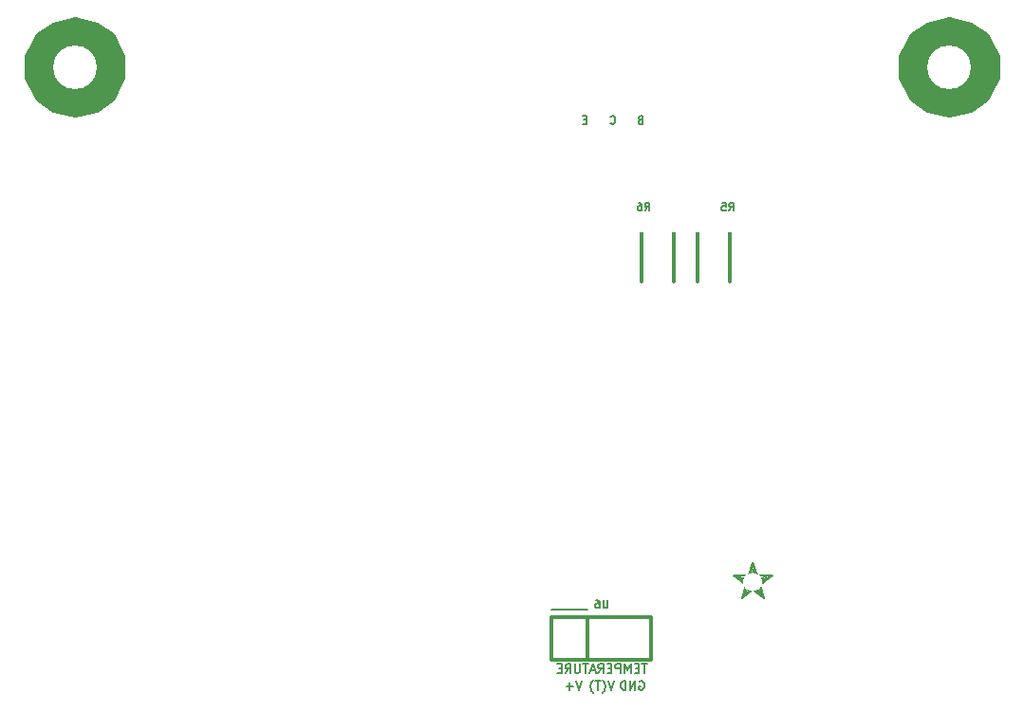
<source format=gbo>
G04 #@! TF.FileFunction,Legend,Bot*
%FSLAX46Y46*%
G04 Gerber Fmt 4.6, Leading zero omitted, Abs format (unit mm)*
G04 Created by KiCad (PCBNEW (2015-09-14 BZR 5783, Git e27fa50)-product) date Sat 19 Sep 2015 09:51:44 PM EDT*
%MOMM*%
G01*
G04 APERTURE LIST*
%ADD10C,0.100000*%
%ADD11C,0.175000*%
%ADD12C,0.150000*%
%ADD13C,0.200000*%
%ADD14C,0.350000*%
%ADD15C,0.254000*%
%ADD16C,3.900000*%
%ADD17O,12.400000X4.400000*%
%ADD18R,1.600000X1.600000*%
%ADD19C,1.600000*%
%ADD20C,1.700000*%
%ADD21C,1.900000*%
%ADD22C,2.398980*%
%ADD23R,2.398980X2.398980*%
%ADD24O,2.686000X1.924000*%
%ADD25R,2.400000X4.900000*%
%ADD26O,2.400000X5.400000*%
%ADD27O,5.900000X2.400000*%
%ADD28C,2.150000*%
%ADD29C,9.400000*%
%ADD30C,1.400000*%
%ADD31R,1.924000X1.924000*%
%ADD32C,1.924000*%
%ADD33R,1.924000X2.686000*%
%ADD34O,1.924000X2.686000*%
%ADD35R,3.800000X1.650000*%
G04 APERTURE END LIST*
D10*
D11*
X56450000Y-10700000D02*
X56350000Y-10733333D01*
X56316667Y-10766667D01*
X56283333Y-10833333D01*
X56283333Y-10933333D01*
X56316667Y-11000000D01*
X56350000Y-11033333D01*
X56416667Y-11066667D01*
X56683333Y-11066667D01*
X56683333Y-10366667D01*
X56450000Y-10366667D01*
X56383333Y-10400000D01*
X56350000Y-10433333D01*
X56316667Y-10500000D01*
X56316667Y-10566667D01*
X56350000Y-10633333D01*
X56383333Y-10666667D01*
X56450000Y-10700000D01*
X56683333Y-10700000D01*
X53783333Y-11000000D02*
X53816667Y-11033333D01*
X53916667Y-11066667D01*
X53983333Y-11066667D01*
X54083333Y-11033333D01*
X54150000Y-10966667D01*
X54183333Y-10900000D01*
X54216667Y-10766667D01*
X54216667Y-10666667D01*
X54183333Y-10533333D01*
X54150000Y-10466667D01*
X54083333Y-10400000D01*
X53983333Y-10366667D01*
X53916667Y-10366667D01*
X53816667Y-10400000D01*
X53783333Y-10433333D01*
X51649999Y-10700000D02*
X51416666Y-10700000D01*
X51316666Y-11066667D02*
X51649999Y-11066667D01*
X51649999Y-10366667D01*
X51316666Y-10366667D01*
D12*
X54104762Y-60811905D02*
X53838095Y-61611905D01*
X53571428Y-60811905D01*
X53076190Y-61916667D02*
X53114286Y-61878571D01*
X53190476Y-61764286D01*
X53228571Y-61688095D01*
X53266667Y-61573810D01*
X53304762Y-61383333D01*
X53304762Y-61230952D01*
X53266667Y-61040476D01*
X53228571Y-60926190D01*
X53190476Y-60850000D01*
X53114286Y-60735714D01*
X53076190Y-60697619D01*
X52885715Y-60811905D02*
X52428572Y-60811905D01*
X52657143Y-61611905D02*
X52657143Y-60811905D01*
X52238095Y-61916667D02*
X52200000Y-61878571D01*
X52123810Y-61764286D01*
X52085714Y-61688095D01*
X52047619Y-61573810D01*
X52009524Y-61383333D01*
X52009524Y-61230952D01*
X52047619Y-61040476D01*
X52085714Y-60926190D01*
X52123810Y-60850000D01*
X52200000Y-60735714D01*
X52238095Y-60697619D01*
X56359523Y-60850000D02*
X56435714Y-60811905D01*
X56549999Y-60811905D01*
X56664285Y-60850000D01*
X56740476Y-60926190D01*
X56778571Y-61002381D01*
X56816666Y-61154762D01*
X56816666Y-61269048D01*
X56778571Y-61421429D01*
X56740476Y-61497619D01*
X56664285Y-61573810D01*
X56549999Y-61611905D01*
X56473809Y-61611905D01*
X56359523Y-61573810D01*
X56321428Y-61535714D01*
X56321428Y-61269048D01*
X56473809Y-61269048D01*
X55978571Y-61611905D02*
X55978571Y-60811905D01*
X55521428Y-61611905D01*
X55521428Y-60811905D01*
X55140476Y-61611905D02*
X55140476Y-60811905D01*
X54950000Y-60811905D01*
X54835714Y-60850000D01*
X54759523Y-60926190D01*
X54721428Y-61002381D01*
X54683333Y-61154762D01*
X54683333Y-61269048D01*
X54721428Y-61421429D01*
X54759523Y-61497619D01*
X54835714Y-61573810D01*
X54950000Y-61611905D01*
X55140476Y-61611905D01*
X51261905Y-60811905D02*
X50995238Y-61611905D01*
X50728571Y-60811905D01*
X50461905Y-61307143D02*
X49852381Y-61307143D01*
X50157143Y-61611905D02*
X50157143Y-61002381D01*
X57038096Y-59311905D02*
X56580953Y-59311905D01*
X56809524Y-60111905D02*
X56809524Y-59311905D01*
X56314286Y-59692857D02*
X56047619Y-59692857D01*
X55933333Y-60111905D02*
X56314286Y-60111905D01*
X56314286Y-59311905D01*
X55933333Y-59311905D01*
X55590476Y-60111905D02*
X55590476Y-59311905D01*
X55323809Y-59883333D01*
X55057142Y-59311905D01*
X55057142Y-60111905D01*
X54676190Y-60111905D02*
X54676190Y-59311905D01*
X54371428Y-59311905D01*
X54295237Y-59350000D01*
X54257142Y-59388095D01*
X54219047Y-59464286D01*
X54219047Y-59578571D01*
X54257142Y-59654762D01*
X54295237Y-59692857D01*
X54371428Y-59730952D01*
X54676190Y-59730952D01*
X53876190Y-59692857D02*
X53609523Y-59692857D01*
X53495237Y-60111905D02*
X53876190Y-60111905D01*
X53876190Y-59311905D01*
X53495237Y-59311905D01*
X52695237Y-60111905D02*
X52961904Y-59730952D01*
X53152380Y-60111905D02*
X53152380Y-59311905D01*
X52847618Y-59311905D01*
X52771427Y-59350000D01*
X52733332Y-59388095D01*
X52695237Y-59464286D01*
X52695237Y-59578571D01*
X52733332Y-59654762D01*
X52771427Y-59692857D01*
X52847618Y-59730952D01*
X53152380Y-59730952D01*
X52390475Y-59883333D02*
X52009523Y-59883333D01*
X52466666Y-60111905D02*
X52199999Y-59311905D01*
X51933332Y-60111905D01*
X51780952Y-59311905D02*
X51323809Y-59311905D01*
X51552380Y-60111905D02*
X51552380Y-59311905D01*
X51057142Y-59311905D02*
X51057142Y-59959524D01*
X51019047Y-60035714D01*
X50980951Y-60073810D01*
X50904761Y-60111905D01*
X50752380Y-60111905D01*
X50676189Y-60073810D01*
X50638094Y-60035714D01*
X50599999Y-59959524D01*
X50599999Y-59311905D01*
X49761904Y-60111905D02*
X50028571Y-59730952D01*
X50219047Y-60111905D02*
X50219047Y-59311905D01*
X49914285Y-59311905D01*
X49838094Y-59350000D01*
X49799999Y-59388095D01*
X49761904Y-59464286D01*
X49761904Y-59578571D01*
X49799999Y-59654762D01*
X49838094Y-59692857D01*
X49914285Y-59730952D01*
X50219047Y-59730952D01*
X49419047Y-59692857D02*
X49152380Y-59692857D01*
X49038094Y-60111905D02*
X49419047Y-60111905D01*
X49419047Y-59311905D01*
X49038094Y-59311905D01*
D13*
X65700000Y-51625000D02*
X65600000Y-51725000D01*
X65100000Y-51525000D02*
X65700000Y-51625000D01*
X65700000Y-51925000D02*
X65100000Y-51525000D01*
X65800000Y-51525000D02*
X65700000Y-51925000D01*
X65800000Y-52025000D02*
X65800000Y-51525000D01*
X66000000Y-51525000D02*
X65800000Y-52025000D01*
X65900000Y-52225000D02*
X66000000Y-51525000D01*
X67200000Y-53125000D02*
X67300000Y-53125000D01*
X67300000Y-52925000D02*
X67200000Y-53125000D01*
X67100000Y-53025000D02*
X67300000Y-52925000D01*
X67200000Y-52625000D02*
X67100000Y-53025000D01*
X67000000Y-52925000D02*
X67200000Y-52625000D01*
X67100000Y-52425000D02*
X67000000Y-52925000D01*
X67500000Y-51925000D02*
X67900000Y-51525000D01*
X67700000Y-51425000D02*
X67500000Y-51925000D01*
X67500000Y-51425000D02*
X67300000Y-52025000D01*
X67300000Y-51525000D02*
X66900000Y-52825000D01*
X66700000Y-52825000D02*
X67100000Y-51525000D01*
X67000000Y-51425000D02*
X66600000Y-52725000D01*
X66400000Y-52725000D02*
X66900000Y-51425000D01*
X66800000Y-51125000D02*
X66200000Y-52825000D01*
X66000000Y-53025000D02*
X66700000Y-50925000D01*
X65800000Y-53125000D02*
X66600000Y-50725000D01*
X66500000Y-50525000D02*
X65700000Y-53125000D01*
X64750000Y-51425000D02*
X65850000Y-52225000D01*
X66100000Y-51425000D02*
X64750000Y-51425000D01*
X66500000Y-50175000D02*
X66100000Y-51425000D01*
X66900000Y-51425000D02*
X66500000Y-50175000D01*
X68250000Y-51425000D02*
X66900000Y-51425000D01*
X67150000Y-52225000D02*
X68250000Y-51425000D01*
X67500000Y-53425000D02*
X67150000Y-52225000D01*
X66500000Y-52675000D02*
X67500000Y-53425000D01*
X65500000Y-53425000D02*
X66500000Y-52675000D01*
X65850000Y-52225000D02*
X65500000Y-53425000D01*
D14*
X48555000Y-58905000D02*
X57445000Y-58905000D01*
X57445000Y-58905000D02*
X57445000Y-55095000D01*
X57445000Y-55095000D02*
X48555000Y-55095000D01*
X48555000Y-55095000D02*
X48555000Y-58905000D01*
X51730000Y-58905000D02*
X51730000Y-55095000D01*
D12*
X48555000Y-54460000D02*
X51730000Y-54460000D01*
D14*
X56554000Y-25171000D02*
X56554000Y-20829000D01*
X56554000Y-20829000D02*
X56554000Y-25171000D01*
X59446000Y-25171000D02*
X59446000Y-20829000D01*
X59446000Y-20829000D02*
X59446000Y-25171000D01*
X61554000Y-25171000D02*
X61554000Y-20829000D01*
X61554000Y-20829000D02*
X61554000Y-25171000D01*
X64446000Y-25171000D02*
X64446000Y-20829000D01*
X64446000Y-20829000D02*
X64446000Y-25171000D01*
D12*
X53533333Y-53616667D02*
X53533333Y-54183333D01*
X53500000Y-54250000D01*
X53466667Y-54283333D01*
X53400000Y-54316667D01*
X53266667Y-54316667D01*
X53200000Y-54283333D01*
X53166667Y-54250000D01*
X53133333Y-54183333D01*
X53133333Y-53616667D01*
X52500000Y-53616667D02*
X52633334Y-53616667D01*
X52700000Y-53650000D01*
X52733334Y-53683333D01*
X52800000Y-53783333D01*
X52833334Y-53916667D01*
X52833334Y-54183333D01*
X52800000Y-54250000D01*
X52766667Y-54283333D01*
X52700000Y-54316667D01*
X52566667Y-54316667D01*
X52500000Y-54283333D01*
X52466667Y-54250000D01*
X52433334Y-54183333D01*
X52433334Y-54016667D01*
X52466667Y-53950000D01*
X52500000Y-53916667D01*
X52566667Y-53883333D01*
X52700000Y-53883333D01*
X52766667Y-53916667D01*
X52800000Y-53950000D01*
X52833334Y-54016667D01*
X56866666Y-18816667D02*
X57100000Y-18483333D01*
X57266666Y-18816667D02*
X57266666Y-18116667D01*
X57000000Y-18116667D01*
X56933333Y-18150000D01*
X56900000Y-18183333D01*
X56866666Y-18250000D01*
X56866666Y-18350000D01*
X56900000Y-18416667D01*
X56933333Y-18450000D01*
X57000000Y-18483333D01*
X57266666Y-18483333D01*
X56266666Y-18116667D02*
X56400000Y-18116667D01*
X56466666Y-18150000D01*
X56500000Y-18183333D01*
X56566666Y-18283333D01*
X56600000Y-18416667D01*
X56600000Y-18683333D01*
X56566666Y-18750000D01*
X56533333Y-18783333D01*
X56466666Y-18816667D01*
X56333333Y-18816667D01*
X56266666Y-18783333D01*
X56233333Y-18750000D01*
X56200000Y-18683333D01*
X56200000Y-18516667D01*
X56233333Y-18450000D01*
X56266666Y-18416667D01*
X56333333Y-18383333D01*
X56466666Y-18383333D01*
X56533333Y-18416667D01*
X56566666Y-18450000D01*
X56600000Y-18516667D01*
X64366666Y-18816667D02*
X64600000Y-18483333D01*
X64766666Y-18816667D02*
X64766666Y-18116667D01*
X64500000Y-18116667D01*
X64433333Y-18150000D01*
X64400000Y-18183333D01*
X64366666Y-18250000D01*
X64366666Y-18350000D01*
X64400000Y-18416667D01*
X64433333Y-18450000D01*
X64500000Y-18483333D01*
X64766666Y-18483333D01*
X63733333Y-18116667D02*
X64066666Y-18116667D01*
X64100000Y-18450000D01*
X64066666Y-18416667D01*
X64000000Y-18383333D01*
X63833333Y-18383333D01*
X63766666Y-18416667D01*
X63733333Y-18450000D01*
X63700000Y-18516667D01*
X63700000Y-18683333D01*
X63733333Y-18750000D01*
X63766666Y-18783333D01*
X63833333Y-18816667D01*
X64000000Y-18816667D01*
X64066666Y-18783333D01*
X64100000Y-18750000D01*
D15*
G36*
X7947857Y-2117873D02*
X9401491Y-3086962D01*
X10373000Y-5029980D01*
X10373000Y-6970020D01*
X9401491Y-8913038D01*
X7947857Y-9882127D01*
X6000000Y-10369092D01*
X4052143Y-9882127D01*
X2598509Y-8913038D01*
X1627000Y-6970020D01*
X1627000Y-5029980D01*
X2598509Y-3086962D01*
X4052143Y-2117873D01*
X6000000Y-1630909D01*
X7947857Y-2117873D01*
X7947857Y-2117873D01*
G37*
X7947857Y-2117873D02*
X9401491Y-3086962D01*
X10373000Y-5029980D01*
X10373000Y-6970020D01*
X9401491Y-8913038D01*
X7947857Y-9882127D01*
X6000000Y-10369092D01*
X4052143Y-9882127D01*
X2598509Y-8913038D01*
X1627000Y-6970020D01*
X1627000Y-5029980D01*
X2598509Y-3086962D01*
X4052143Y-2117873D01*
X6000000Y-1630909D01*
X7947857Y-2117873D01*
G36*
X85947857Y-2117873D02*
X87401491Y-3086962D01*
X88373000Y-5029980D01*
X88373000Y-6970020D01*
X87401491Y-8913038D01*
X85947857Y-9882127D01*
X84000000Y-10369092D01*
X82052143Y-9882127D01*
X80598509Y-8913038D01*
X79627000Y-6970020D01*
X79627000Y-5029980D01*
X80598509Y-3086962D01*
X82052143Y-2117873D01*
X84000000Y-1630909D01*
X85947857Y-2117873D01*
X85947857Y-2117873D01*
G37*
X85947857Y-2117873D02*
X87401491Y-3086962D01*
X88373000Y-5029980D01*
X88373000Y-6970020D01*
X87401491Y-8913038D01*
X85947857Y-9882127D01*
X84000000Y-10369092D01*
X82052143Y-9882127D01*
X80598509Y-8913038D01*
X79627000Y-6970020D01*
X79627000Y-5029980D01*
X80598509Y-3086962D01*
X82052143Y-2117873D01*
X84000000Y-1630909D01*
X85947857Y-2117873D01*
%LPC*%
D16*
X84000000Y-6000000D03*
X6000000Y-6000000D03*
D17*
X82000000Y-32500000D03*
X82000000Y-38500000D03*
X82000000Y-57500000D03*
X82000000Y-51500000D03*
D18*
X44500000Y-40500000D03*
D19*
X42500000Y-40500000D03*
X44500000Y-42500000D03*
X42500000Y-42500000D03*
D20*
X66500000Y-51960029D03*
D21*
X67000000Y-57500000D03*
D22*
X54000000Y-13000000D03*
D23*
X56540000Y-13000000D03*
D22*
X51460000Y-13000000D03*
D24*
X35750000Y-83270000D03*
X35750000Y-80730000D03*
D21*
X43500000Y-68000000D03*
D25*
X14000000Y-54000000D03*
D26*
X8000000Y-54000000D03*
D27*
X11500000Y-59000000D03*
D21*
X57250000Y-4750000D03*
X67500000Y-78500000D03*
D28*
X21279000Y-25000000D03*
X1721000Y-25000000D03*
D29*
X73500000Y-71500000D03*
D30*
X76500000Y-71500000D03*
X75000000Y-74100000D03*
X72000000Y-74100000D03*
X70500000Y-71500000D03*
X72000000Y-68900000D03*
X75000000Y-68900000D03*
D31*
X9999360Y-42500000D03*
D32*
X5000640Y-42500000D03*
D31*
X86000000Y-68270000D03*
D32*
X86000000Y-65730000D03*
D31*
X86000000Y-76270000D03*
D32*
X86000000Y-73730000D03*
D33*
X86080000Y-85000000D03*
D34*
X83540000Y-85000000D03*
X81000000Y-85000000D03*
D33*
X50460000Y-57000000D03*
D34*
X53000000Y-57000000D03*
X55540000Y-57000000D03*
D31*
X45000000Y-4000640D03*
D32*
X45000000Y-8999360D03*
D33*
X11810000Y-69000000D03*
D34*
X9270000Y-69000000D03*
X6730000Y-69000000D03*
X4190000Y-69000000D03*
D33*
X11810000Y-76000000D03*
D34*
X9270000Y-76000000D03*
X6730000Y-76000000D03*
X4190000Y-76000000D03*
D33*
X37500000Y-73250000D03*
D34*
X34960000Y-73250000D03*
X32420000Y-73250000D03*
D31*
X22000640Y-42500000D03*
D32*
X26999360Y-42500000D03*
D35*
X58000000Y-26050000D03*
X58000000Y-19950000D03*
X63000000Y-26050000D03*
X63000000Y-19950000D03*
D15*
G36*
X45320394Y-47000000D02*
X43500000Y-48820394D01*
X41679606Y-47000000D01*
X43500000Y-45179606D01*
X45320394Y-47000000D01*
X45320394Y-47000000D01*
G37*
X45320394Y-47000000D02*
X43500000Y-48820394D01*
X41679606Y-47000000D01*
X43500000Y-45179606D01*
X45320394Y-47000000D01*
G36*
X87373000Y-39373000D02*
X76627000Y-39373000D01*
X76627000Y-31627000D01*
X87373000Y-31627000D01*
X87373000Y-39373000D01*
X87373000Y-39373000D01*
G37*
X87373000Y-39373000D02*
X76627000Y-39373000D01*
X76627000Y-31627000D01*
X87373000Y-31627000D01*
X87373000Y-39373000D01*
G36*
X87373000Y-58373000D02*
X76627000Y-58373000D01*
X76627000Y-50627000D01*
X87373000Y-50627000D01*
X87373000Y-58373000D01*
X87373000Y-58373000D01*
G37*
X87373000Y-58373000D02*
X76627000Y-58373000D01*
X76627000Y-50627000D01*
X87373000Y-50627000D01*
X87373000Y-58373000D01*
G36*
X32373000Y-23369859D02*
X30127000Y-23369859D01*
X30127000Y-15746859D01*
X30116994Y-15697449D01*
X30088553Y-15655824D01*
X30046159Y-15628544D01*
X30000000Y-15619859D01*
X27627000Y-15619859D01*
X27627000Y-13873859D01*
X32373000Y-13873859D01*
X32373000Y-23369859D01*
X32373000Y-23369859D01*
G37*
X32373000Y-23369859D02*
X30127000Y-23369859D01*
X30127000Y-15746859D01*
X30116994Y-15697449D01*
X30088553Y-15655824D01*
X30046159Y-15628544D01*
X30000000Y-15619859D01*
X27627000Y-15619859D01*
X27627000Y-13873859D01*
X32373000Y-13873859D01*
X32373000Y-23369859D01*
M02*

</source>
